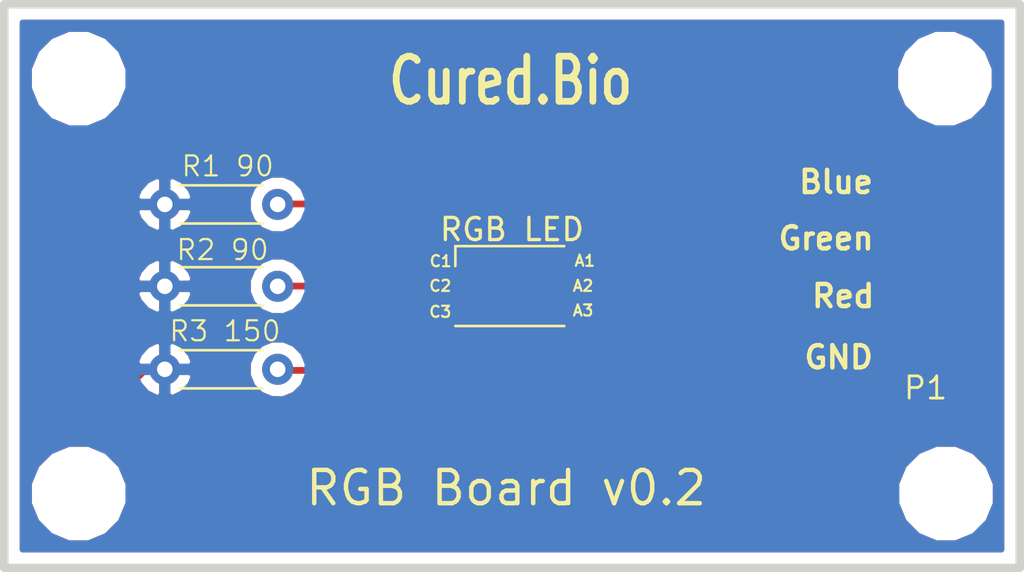
<source format=kicad_pcb>
(kicad_pcb (version 4) (host pcbnew 4.0.7)

  (general
    (links 9)
    (no_connects 0)
    (area 66.338857 47.721 132.511143 79.329)
    (thickness 1.6002)
    (drawings 16)
    (tracks 37)
    (zones 0)
    (modules 9)
    (nets 8)
  )

  (page A4)
  (title_block
    (date "13 jun 2012")
  )

  (layers
    (0 Front signal)
    (31 Back signal)
    (32 B.Adhes user)
    (33 F.Adhes user)
    (34 B.Paste user)
    (35 F.Paste user)
    (36 B.SilkS user)
    (37 F.SilkS user)
    (38 B.Mask user)
    (39 F.Mask user)
    (40 Dwgs.User user)
    (41 Cmts.User user)
    (42 Eco1.User user)
    (43 Eco2.User user)
    (44 Edge.Cuts user)
  )

  (setup
    (last_trace_width 0.3048)
    (trace_clearance 0.254)
    (zone_clearance 0.508)
    (zone_45_only no)
    (trace_min 0.2032)
    (segment_width 0.381)
    (edge_width 0.381)
    (via_size 0.889)
    (via_drill 0.635)
    (via_min_size 0.889)
    (via_min_drill 0.508)
    (uvia_size 0.508)
    (uvia_drill 0.127)
    (uvias_allowed no)
    (uvia_min_size 0.508)
    (uvia_min_drill 0.127)
    (pcb_text_width 0.3048)
    (pcb_text_size 1.524 2.032)
    (mod_edge_width 0.381)
    (mod_text_size 1.524 1.524)
    (mod_text_width 0.3048)
    (pad_size 0.7 1.3)
    (pad_drill 0)
    (pad_to_mask_clearance 0.254)
    (aux_axis_origin 0 0)
    (visible_elements 7FFFFFFF)
    (pcbplotparams
      (layerselection 0x010ff_80000001)
      (usegerberextensions true)
      (excludeedgelayer true)
      (linewidth 0.150000)
      (plotframeref false)
      (viasonmask false)
      (mode 1)
      (useauxorigin false)
      (hpglpennumber 1)
      (hpglpenspeed 20)
      (hpglpendiameter 15)
      (hpglpenoverlay 0)
      (psnegative false)
      (psa4output false)
      (plotreference true)
      (plotvalue true)
      (plotinvisibletext false)
      (padsonsilk false)
      (subtractmaskfromsilk false)
      (outputformat 1)
      (mirror false)
      (drillshape 0)
      (scaleselection 1)
      (outputdirectory gerber_led_v2p2/))
  )

  (net 0 "")
  (net 1 /blue)
  (net 2 /green)
  (net 3 /red)
  (net 4 GND)
  (net 5 "Net-(R1-Pad1)")
  (net 6 "Net-(R2-Pad1)")
  (net 7 "Net-(R3-Pad1)")

  (net_class Default "This is the default net class."
    (clearance 0.254)
    (trace_width 0.3048)
    (via_dia 0.889)
    (via_drill 0.635)
    (uvia_dia 0.508)
    (uvia_drill 0.127)
    (add_net /blue)
    (add_net /green)
    (add_net /red)
    (add_net GND)
    (add_net "Net-(R1-Pad1)")
    (add_net "Net-(R2-Pad1)")
    (add_net "Net-(R3-Pad1)")
  )

  (module Connectors:1X04_SMD_LONG (layer Front) (tedit 5A550EA2) (tstamp 4F515731)
    (at 112.32 62.7 270)
    (descr "SMD - 4 PIN W/ LONG SOLDER PADS")
    (tags "SMD - 4 PIN W/ LONG SOLDER PADS")
    (path /4F345F7F)
    (attr smd)
    (fp_text reference P1 (at -5.08 -5.08 360) (layer F.SilkS) hide
      (effects (font (size 0.6096 0.6096) (thickness 0.127)))
    )
    (fp_text value P1 (at 5.39 -5.36 360) (layer F.SilkS)
      (effects (font (size 1 1) (thickness 0.127)))
    )
    (pad 1 smd rect (at -3.81 -5.4991) (size 3.99796 0.99822) (layers Front F.Paste F.Mask)
      (net 1 /blue) (solder_mask_margin 0.1016))
    (pad 2 smd rect (at -1.27 -5.4991) (size 3.99796 0.99822) (layers Front F.Paste F.Mask)
      (net 2 /green) (solder_mask_margin 0.1016))
    (pad 3 smd rect (at 1.27 -5.4991) (size 3.99796 0.99822) (layers Front F.Paste F.Mask)
      (net 3 /red) (solder_mask_margin 0.1016))
    (pad 4 smd rect (at 3.81 -5.4991) (size 3.99796 0.99822) (layers Front F.Paste F.Mask)
      (net 4 GND) (solder_mask_margin 0.1016))
  )

  (module Mounting_Holes:MountingHole_3.2mm_M3_ISO14580 (layer Front) (tedit 59E520A8) (tstamp 59F807D3)
    (at 118.6 72.85)
    (descr "Mounting Hole 3.2mm, no annular, M3, ISO14580")
    (tags "mounting hole 3.2mm no annular m3 iso14580")
    (attr virtual)
    (fp_text reference 4 (at 7.75 0.05) (layer F.SilkS) hide
      (effects (font (size 1 1) (thickness 0.15)))
    )
    (fp_text value MountingHole_3.2mm_M3_ISO14580 (at 0.3 5.35) (layer F.Fab) hide
      (effects (font (size 1 1) (thickness 0.15)))
    )
    (fp_text user %R (at 0.3 0) (layer F.Fab)
      (effects (font (size 1 1) (thickness 0.15)))
    )
    (fp_circle (center 0 0) (end 2.75 0) (layer Cmts.User) (width 0.15))
    (fp_circle (center 0 0) (end 3 0) (layer F.CrtYd) (width 0.05))
    (pad 1 np_thru_hole circle (at 0 0) (size 3.2 3.2) (drill 3.2) (layers *.Cu *.Mask))
  )

  (module Mounting_Holes:MountingHole_3.2mm_M3_ISO14580 (layer Front) (tedit 59E52099) (tstamp 59F807CC)
    (at 79.55 72.85)
    (descr "Mounting Hole 3.2mm, no annular, M3, ISO14580")
    (tags "mounting hole 3.2mm no annular m3 iso14580")
    (attr virtual)
    (fp_text reference 3 (at -5.4 0.5) (layer F.SilkS) hide
      (effects (font (size 1 1) (thickness 0.15)))
    )
    (fp_text value MountingHole_3.2mm_M3_ISO14580 (at 0.85 5.2) (layer F.Fab) hide
      (effects (font (size 1 1) (thickness 0.15)))
    )
    (fp_text user %R (at 0.3 0) (layer F.Fab)
      (effects (font (size 1 1) (thickness 0.15)))
    )
    (fp_circle (center 0 0) (end 2.75 0) (layer Cmts.User) (width 0.15))
    (fp_circle (center 0 0) (end 3 0) (layer F.CrtYd) (width 0.05))
    (pad 1 np_thru_hole circle (at 0 0) (size 3.2 3.2) (drill 3.2) (layers *.Cu *.Mask))
  )

  (module Mounting_Holes:MountingHole_3.2mm_M3_ISO14580 (layer Front) (tedit 59E520A2) (tstamp 59F807B7)
    (at 118.55 54.15)
    (descr "Mounting Hole 3.2mm, no annular, M3, ISO14580")
    (tags "mounting hole 3.2mm no annular m3 iso14580")
    (attr virtual)
    (fp_text reference 2 (at 6 0.05) (layer F.SilkS) hide
      (effects (font (size 1 1) (thickness 0.15)))
    )
    (fp_text value MountingHole_3.2mm_M3_ISO14580 (at -1.3 -5.4) (layer F.Fab) hide
      (effects (font (size 1 1) (thickness 0.15)))
    )
    (fp_text user %R (at 0.3 0) (layer F.Fab)
      (effects (font (size 1 1) (thickness 0.15)))
    )
    (fp_circle (center 0 0) (end 2.75 0) (layer Cmts.User) (width 0.15))
    (fp_circle (center 0 0) (end 3 0) (layer F.CrtYd) (width 0.05))
    (pad 1 np_thru_hole circle (at 0 0) (size 3.2 3.2) (drill 3.2) (layers *.Cu *.Mask))
  )

  (module LEDs:LED_RGB_PLCC-6 (layer Front) (tedit 5A550E3C) (tstamp 59EED6E5)
    (at 99.06 63.5)
    (descr "RGB LED PLCC-6")
    (tags "RGB LED PLCC-6")
    (path /4F035E14)
    (attr smd)
    (fp_text reference "RGB LED" (at 0 -2.55) (layer F.SilkS)
      (effects (font (size 1 1) (thickness 0.15)))
    )
    (fp_text value RGB_LED (at 0.19 2.8) (layer F.Fab) hide
      (effects (font (size 1 1) (thickness 0.15)))
    )
    (fp_line (start -1.7 -1.1) (end -1.1 -1.7) (layer F.Fab) (width 0.1))
    (fp_line (start -1.7 -1.7) (end -1.7 1.7) (layer F.Fab) (width 0.1))
    (fp_line (start -1.7 1.7) (end 1.7 1.7) (layer F.Fab) (width 0.1))
    (fp_line (start 1.7 1.7) (end 1.7 -1.7) (layer F.Fab) (width 0.1))
    (fp_line (start 1.7 -1.7) (end -1.7 -1.7) (layer F.Fab) (width 0.1))
    (fp_line (start -2.55 -1.8) (end -2.55 -0.9) (layer F.SilkS) (width 0.12))
    (fp_line (start 2.65 -2) (end 2.65 2) (layer F.CrtYd) (width 0.05))
    (fp_line (start -2.75 -2) (end -2.75 2) (layer F.CrtYd) (width 0.05))
    (fp_line (start -2.75 2) (end 2.65 2) (layer F.CrtYd) (width 0.05))
    (fp_line (start -2.75 -2) (end 2.65 -2) (layer F.CrtYd) (width 0.05))
    (fp_line (start -2.55 1.8) (end 2.35 1.8) (layer F.SilkS) (width 0.12))
    (fp_line (start 2.35 -1.8) (end -2.55 -1.8) (layer F.SilkS) (width 0.12))
    (pad C1 smd rect (at -1.55 -1.1 90) (size 0.7 1.3) (layers Front F.Paste F.Mask)
      (net 5 "Net-(R1-Pad1)"))
    (pad C2 smd rect (at -1.55 0 90) (size 0.7 1.3) (layers Front F.Paste F.Mask)
      (net 6 "Net-(R2-Pad1)"))
    (pad C3 smd rect (at -1.55 1.1 90) (size 0.7 1.3) (layers Front F.Paste F.Mask)
      (net 7 "Net-(R3-Pad1)"))
    (pad A3 smd rect (at 1.55 1.1 90) (size 0.7 1.3) (layers Front F.Paste F.Mask)
      (net 3 /red))
    (pad A2 smd rect (at 1.55 0 90) (size 0.7 1.3) (layers Front F.Paste F.Mask)
      (net 2 /green))
    (pad A1 smd rect (at 1.55 -1.1 90) (size 0.7 1.3) (layers Front F.Paste F.Mask)
      (net 1 /blue))
    (model ${KISYS3DMOD}/LEDs.3dshapes/LED_RGB_PLCC-6.wrl
      (at (xyz 0 0 0))
      (scale (xyz 1 1 1))
      (rotate (xyz 0 0 0))
    )
  )

  (module Mounting_Holes:MountingHole_3.2mm_M3_ISO14580 (layer Front) (tedit 59E5209D) (tstamp 59F54C5B)
    (at 79.55 54.15)
    (descr "Mounting Hole 3.2mm, no annular, M3, ISO14580")
    (tags "mounting hole 3.2mm no annular m3 iso14580")
    (attr virtual)
    (fp_text reference 1 (at -6.8 -0.1) (layer F.SilkS) hide
      (effects (font (size 1 1) (thickness 0.15)))
    )
    (fp_text value MountingHole_3.2mm_M3_ISO14580 (at 0.4 -5) (layer F.Fab) hide
      (effects (font (size 1 1) (thickness 0.15)))
    )
    (fp_text user %R (at 0.3 0) (layer F.Fab)
      (effects (font (size 1 1) (thickness 0.15)))
    )
    (fp_circle (center 0 0) (end 2.75 0) (layer Cmts.User) (width 0.15))
    (fp_circle (center 0 0) (end 3 0) (layer F.CrtYd) (width 0.05))
    (pad 1 np_thru_hole circle (at 0 0) (size 3.2 3.2) (drill 3.2) (layers *.Cu *.Mask))
  )

  (module Resistors_THT:R_Axial_DIN0204_L3.6mm_D1.6mm_P5.08mm_Horizontal (layer Front) (tedit 5A55FCA6) (tstamp 59EED6D6)
    (at 88.51 59.82 180)
    (descr "Resistor, Axial_DIN0204 series, Axial, Horizontal, pin pitch=5.08mm, 0.16666666666666666W = 1/6W, length*diameter=3.6*1.6mm^2, http://cdn-reichelt.de/documents/datenblatt/B400/1_4W%23YAG.pdf")
    (tags "Resistor Axial_DIN0204 series Axial Horizontal pin pitch 5.08mm 0.16666666666666666W = 1/6W length 3.6mm diameter 1.6mm")
    (path /4F035CCA)
    (fp_text reference "R1 90" (at 2.25 1.72 180) (layer F.SilkS)
      (effects (font (size 0.9 0.9) (thickness 0.1)))
    )
    (fp_text value 90 (at 2.54 1.86 180) (layer F.Fab) hide
      (effects (font (size 1 1) (thickness 0.15)))
    )
    (fp_line (start 0.74 -0.8) (end 0.74 0.8) (layer F.Fab) (width 0.1))
    (fp_line (start 0.74 0.8) (end 4.34 0.8) (layer F.Fab) (width 0.1))
    (fp_line (start 4.34 0.8) (end 4.34 -0.8) (layer F.Fab) (width 0.1))
    (fp_line (start 4.34 -0.8) (end 0.74 -0.8) (layer F.Fab) (width 0.1))
    (fp_line (start 0 0) (end 0.74 0) (layer F.Fab) (width 0.1))
    (fp_line (start 5.08 0) (end 4.34 0) (layer F.Fab) (width 0.1))
    (fp_line (start 0.68 -0.86) (end 4.4 -0.86) (layer F.SilkS) (width 0.12))
    (fp_line (start 0.68 0.86) (end 4.4 0.86) (layer F.SilkS) (width 0.12))
    (fp_line (start -0.95 -1.15) (end -0.95 1.15) (layer F.CrtYd) (width 0.05))
    (fp_line (start -0.95 1.15) (end 6.05 1.15) (layer F.CrtYd) (width 0.05))
    (fp_line (start 6.05 1.15) (end 6.05 -1.15) (layer F.CrtYd) (width 0.05))
    (fp_line (start 6.05 -1.15) (end -0.95 -1.15) (layer F.CrtYd) (width 0.05))
    (pad 1 thru_hole circle (at 0 0 180) (size 1.4 1.4) (drill 0.7) (layers *.Cu *.Mask)
      (net 5 "Net-(R1-Pad1)"))
    (pad 2 thru_hole oval (at 5.08 0 180) (size 1.4 1.4) (drill 0.7) (layers *.Cu *.Mask)
      (net 4 GND))
    (model ${KISYS3DMOD}/Resistors_THT.3dshapes/R_Axial_DIN0204_L3.6mm_D1.6mm_P5.08mm_Horizontal.wrl
      (at (xyz 0 0 0))
      (scale (xyz 0.393701 0.393701 0.393701))
      (rotate (xyz 0 0 0))
    )
  )

  (module Resistors_THT:R_Axial_DIN0204_L3.6mm_D1.6mm_P5.08mm_Horizontal (layer Front) (tedit 5A55FCB0) (tstamp 59EED6DB)
    (at 88.51 63.51 180)
    (descr "Resistor, Axial_DIN0204 series, Axial, Horizontal, pin pitch=5.08mm, 0.16666666666666666W = 1/6W, length*diameter=3.6*1.6mm^2, http://cdn-reichelt.de/documents/datenblatt/B400/1_4W%23YAG.pdf")
    (tags "Resistor Axial_DIN0204 series Axial Horizontal pin pitch 5.08mm 0.16666666666666666W = 1/6W length 3.6mm diameter 1.6mm")
    (path /4F035CCF)
    (fp_text reference "R2 90" (at 2.48 1.64 180) (layer F.SilkS)
      (effects (font (size 0.9 0.9) (thickness 0.1)))
    )
    (fp_text value 90 (at 2.54 1.86 180) (layer F.Fab) hide
      (effects (font (size 1 1) (thickness 0.15)))
    )
    (fp_line (start 0.74 -0.8) (end 0.74 0.8) (layer F.Fab) (width 0.1))
    (fp_line (start 0.74 0.8) (end 4.34 0.8) (layer F.Fab) (width 0.1))
    (fp_line (start 4.34 0.8) (end 4.34 -0.8) (layer F.Fab) (width 0.1))
    (fp_line (start 4.34 -0.8) (end 0.74 -0.8) (layer F.Fab) (width 0.1))
    (fp_line (start 0 0) (end 0.74 0) (layer F.Fab) (width 0.1))
    (fp_line (start 5.08 0) (end 4.34 0) (layer F.Fab) (width 0.1))
    (fp_line (start 0.68 -0.86) (end 4.4 -0.86) (layer F.SilkS) (width 0.12))
    (fp_line (start 0.68 0.86) (end 4.4 0.86) (layer F.SilkS) (width 0.12))
    (fp_line (start -0.95 -1.15) (end -0.95 1.15) (layer F.CrtYd) (width 0.05))
    (fp_line (start -0.95 1.15) (end 6.05 1.15) (layer F.CrtYd) (width 0.05))
    (fp_line (start 6.05 1.15) (end 6.05 -1.15) (layer F.CrtYd) (width 0.05))
    (fp_line (start 6.05 -1.15) (end -0.95 -1.15) (layer F.CrtYd) (width 0.05))
    (pad 1 thru_hole circle (at 0 0 180) (size 1.4 1.4) (drill 0.7) (layers *.Cu *.Mask)
      (net 6 "Net-(R2-Pad1)"))
    (pad 2 thru_hole oval (at 5.08 0 180) (size 1.4 1.4) (drill 0.7) (layers *.Cu *.Mask)
      (net 4 GND))
    (model ${KISYS3DMOD}/Resistors_THT.3dshapes/R_Axial_DIN0204_L3.6mm_D1.6mm_P5.08mm_Horizontal.wrl
      (at (xyz 0 0 0))
      (scale (xyz 0.393701 0.393701 0.393701))
      (rotate (xyz 0 0 0))
    )
  )

  (module Resistors_THT:R_Axial_DIN0204_L3.6mm_D1.6mm_P5.08mm_Horizontal (layer Front) (tedit 5A55FCC0) (tstamp 59EED6E0)
    (at 88.51 67.25 180)
    (descr "Resistor, Axial_DIN0204 series, Axial, Horizontal, pin pitch=5.08mm, 0.16666666666666666W = 1/6W, length*diameter=3.6*1.6mm^2, http://cdn-reichelt.de/documents/datenblatt/B400/1_4W%23YAG.pdf")
    (tags "Resistor Axial_DIN0204 series Axial Horizontal pin pitch 5.08mm 0.16666666666666666W = 1/6W length 3.6mm diameter 1.6mm")
    (path /4F035CD1)
    (fp_text reference "R3 150" (at 2.37 1.72 180) (layer F.SilkS)
      (effects (font (size 0.9 0.9) (thickness 0.1)))
    )
    (fp_text value 150 (at 2.54 1.86 180) (layer F.Fab) hide
      (effects (font (size 1 1) (thickness 0.15)))
    )
    (fp_line (start 0.74 -0.8) (end 0.74 0.8) (layer F.Fab) (width 0.1))
    (fp_line (start 0.74 0.8) (end 4.34 0.8) (layer F.Fab) (width 0.1))
    (fp_line (start 4.34 0.8) (end 4.34 -0.8) (layer F.Fab) (width 0.1))
    (fp_line (start 4.34 -0.8) (end 0.74 -0.8) (layer F.Fab) (width 0.1))
    (fp_line (start 0 0) (end 0.74 0) (layer F.Fab) (width 0.1))
    (fp_line (start 5.08 0) (end 4.34 0) (layer F.Fab) (width 0.1))
    (fp_line (start 0.68 -0.86) (end 4.4 -0.86) (layer F.SilkS) (width 0.12))
    (fp_line (start 0.68 0.86) (end 4.4 0.86) (layer F.SilkS) (width 0.12))
    (fp_line (start -0.95 -1.15) (end -0.95 1.15) (layer F.CrtYd) (width 0.05))
    (fp_line (start -0.95 1.15) (end 6.05 1.15) (layer F.CrtYd) (width 0.05))
    (fp_line (start 6.05 1.15) (end 6.05 -1.15) (layer F.CrtYd) (width 0.05))
    (fp_line (start 6.05 -1.15) (end -0.95 -1.15) (layer F.CrtYd) (width 0.05))
    (pad 1 thru_hole circle (at 0 0 180) (size 1.4 1.4) (drill 0.7) (layers *.Cu *.Mask)
      (net 7 "Net-(R3-Pad1)"))
    (pad 2 thru_hole oval (at 5.08 0 180) (size 1.4 1.4) (drill 0.7) (layers *.Cu *.Mask)
      (net 4 GND))
    (model ${KISYS3DMOD}/Resistors_THT.3dshapes/R_Axial_DIN0204_L3.6mm_D1.6mm_P5.08mm_Horizontal.wrl
      (at (xyz 0 0 0))
      (scale (xyz 0.393701 0.393701 0.393701))
      (rotate (xyz 0 0 0))
    )
  )

  (gr_text A3 (at 102.26 64.6) (layer F.SilkS)
    (effects (font (size 0.5 0.5) (thickness 0.1)))
  )
  (gr_text A2 (at 102.26 63.49) (layer F.SilkS)
    (effects (font (size 0.5 0.5) (thickness 0.1)))
  )
  (gr_text A1 (at 102.34 62.36) (layer F.SilkS)
    (effects (font (size 0.5 0.5) (thickness 0.1)))
  )
  (gr_text C3 (at 95.83 64.66) (layer F.SilkS)
    (effects (font (size 0.5 0.5) (thickness 0.1)))
  )
  (gr_text C2 (at 95.83 63.49) (layer F.SilkS)
    (effects (font (size 0.5 0.5) (thickness 0.1)))
  )
  (gr_text C1 (at 95.85 62.38) (layer F.SilkS)
    (effects (font (size 0.5 0.5) (thickness 0.1)))
  )
  (gr_text "RGB Board v0.2" (at 98.8 72.6) (layer F.SilkS)
    (effects (font (size 1.5 1.5) (thickness 0.2)))
  )
  (gr_text Cured.Bio (at 99 54.25) (layer F.SilkS)
    (effects (font (size 2.032 1.524) (thickness 0.3048)))
  )
  (gr_text Blue (at 113.65 58.81) (layer F.SilkS)
    (effects (font (size 1.00076 1.00076) (thickness 0.20066)))
  )
  (gr_text Green (at 113.2 61.35) (layer F.SilkS)
    (effects (font (size 1.00076 1.00076) (thickness 0.20066)))
  )
  (gr_text GND (at 113.77 66.71) (layer F.SilkS)
    (effects (font (size 1.00076 1.00076) (thickness 0.20066)))
  )
  (gr_text Red (at 113.97 63.95) (layer F.SilkS)
    (effects (font (size 1.00076 1.00076) (thickness 0.20066)))
  )
  (gr_line (start 76.2 50.8) (end 121.92 50.8) (angle 90) (layer Edge.Cuts) (width 0.381))
  (gr_line (start 121.92 76.2) (end 121.92 50.8) (angle 90) (layer Edge.Cuts) (width 0.381))
  (gr_line (start 76.2 76.2) (end 76.2 50.8) (angle 90) (layer Edge.Cuts) (width 0.381))
  (gr_line (start 76.2 76.2) (end 121.92 76.2) (angle 90) (layer Edge.Cuts) (width 0.381))

  (segment (start 118.4 58.95) (end 108.45 58.95) (width 0.3048) (layer Front) (net 1))
  (segment (start 105 62.4) (end 100.61 62.4) (width 0.3048) (layer Front) (net 1) (tstamp 59EED82A))
  (segment (start 108.45 58.95) (end 105 62.4) (width 0.3048) (layer Front) (net 1) (tstamp 59EED829))
  (segment (start 118.4 61.49) (end 108.31 61.49) (width 0.3048) (layer Front) (net 2))
  (segment (start 106.3 63.5) (end 100.61 63.5) (width 0.3048) (layer Front) (net 2) (tstamp 59EED830))
  (segment (start 108.31 61.49) (end 106.3 63.5) (width 0.3048) (layer Front) (net 2) (tstamp 59EED82E))
  (segment (start 118.4 64.03) (end 107.52 64.03) (width 0.3048) (layer Front) (net 3))
  (segment (start 106.95 64.6) (end 100.61 64.6) (width 0.3048) (layer Front) (net 3) (tstamp 59EED835))
  (segment (start 107.52 64.03) (end 106.95 64.6) (width 0.3048) (layer Front) (net 3) (tstamp 59EED834))
  (segment (start 117.8191 66.51) (end 108.54 66.52) (width 0.3048) (layer Front) (net 4))
  (segment (start 105.7 69.36) (end 81.57 69.35) (width 0.3048) (layer Front) (net 4) (tstamp 5A6A59EC))
  (segment (start 108.54 66.52) (end 105.7 69.36) (width 0.3048) (layer Front) (net 4) (tstamp 5A6A59EB))
  (segment (start 83.27 67.3) (end 82.52 67.3) (width 0.3048) (layer Front) (net 4))
  (segment (start 82.52 67.3) (end 81.47 68.35) (width 0.3048) (layer Front) (net 4) (tstamp 59F54DF6))
  (segment (start 83.27 63.5) (end 82.22 63.5) (width 0.3048) (layer Front) (net 4))
  (segment (start 82.22 63.5) (end 81.47 64.25) (width 0.3048) (layer Front) (net 4) (tstamp 59F54DEB))
  (segment (start 83.27 59.8) (end 81.72 59.8) (width 0.3048) (layer Front) (net 4))
  (segment (start 81.72 59.8) (end 81.47 60.05) (width 0.3048) (layer Front) (net 4) (tstamp 59F54DE6))
  (segment (start 81.57 69.35) (end 86.71 69.38) (width 0.3048) (layer Front) (net 4) (tstamp 59EED840))
  (segment (start 81.47 69.25) (end 81.57 69.35) (width 0.3048) (layer Front) (net 4) (tstamp 59EED83E))
  (segment (start 81.47 60.05) (end 81.47 64.25) (width 0.3048) (layer Front) (net 4) (tstamp 59F54DE9))
  (segment (start 81.47 64.25) (end 81.47 65.2) (width 0.3048) (layer Front) (net 4) (tstamp 59F54DEE))
  (segment (start 81.47 65.2) (end 81.47 68.35) (width 0.3048) (layer Front) (net 4) (tstamp 59EED84B))
  (segment (start 81.47 68.35) (end 81.47 69.25) (width 0.3048) (layer Front) (net 4) (tstamp 59F54DF9))
  (segment (start 95.21982 61.1) (end 91.6 61.1) (width 0.3048) (layer Front) (net 5))
  (segment (start 97.58426 62.40018) (end 96.52 62.40018) (width 0.3048) (layer Front) (net 5))
  (segment (start 95.75546 61.63564) (end 96.52 62.40018) (width 0.3048) (layer Front) (net 5))
  (segment (start 95.26982 61.15) (end 95.75546 61.63564) (width 0.3048) (layer Front) (net 5) (tstamp 59EED875))
  (segment (start 95.21982 61.1) (end 95.26982 61.15) (width 0.3048) (layer Front) (net 5) (tstamp 59EED866))
  (segment (start 90.3 59.8) (end 88.55 59.8) (width 0.3048) (layer Front) (net 5) (tstamp 59F54DE2))
  (segment (start 91.6 61.1) (end 90.3 59.8) (width 0.3048) (layer Front) (net 5) (tstamp 59F54DE1))
  (segment (start 97.51 63.5) (end 88.55 63.5) (width 0.3048) (layer Front) (net 6))
  (segment (start 97.51 64.6) (end 96.35 64.6) (width 0.3048) (layer Front) (net 7))
  (segment (start 89.9 67.3) (end 88.55 67.3) (width 0.3048) (layer Front) (net 7) (tstamp 59F54E1C))
  (segment (start 91.3 65.9) (end 89.9 67.3) (width 0.3048) (layer Front) (net 7) (tstamp 59F54E1A))
  (segment (start 95.05 65.9) (end 91.3 65.9) (width 0.3048) (layer Front) (net 7) (tstamp 59F54E18))
  (segment (start 96.35 64.6) (end 95.05 65.9) (width 0.3048) (layer Front) (net 7) (tstamp 59F54E17))

  (zone (net 4) (net_name GND) (layer Front) (tstamp 4F515E9A) (hatch edge 0.508)
    (connect_pads (clearance 0.508))
    (min_thickness 0.254)
    (fill yes (arc_segments 16) (thermal_gap 0.508) (thermal_bridge_width 0.508))
    (polygon
      (pts
        (xy 121.412 75.692) (xy 121.412 51.308) (xy 76.708 51.308) (xy 76.708 75.692)
      )
    )
    (filled_polygon
      (pts
        (xy 121.0945 75.3745) (xy 77.0255 75.3745) (xy 77.0255 73.292619) (xy 77.314613 73.292619) (xy 77.654155 74.114372)
        (xy 78.282321 74.743636) (xy 79.103481 75.084611) (xy 79.992619 75.085387) (xy 80.814372 74.745845) (xy 81.443636 74.117679)
        (xy 81.784611 73.296519) (xy 81.784614 73.292619) (xy 116.364613 73.292619) (xy 116.704155 74.114372) (xy 117.332321 74.743636)
        (xy 118.153481 75.084611) (xy 119.042619 75.085387) (xy 119.864372 74.745845) (xy 120.493636 74.117679) (xy 120.834611 73.296519)
        (xy 120.835387 72.407381) (xy 120.495845 71.585628) (xy 119.867679 70.956364) (xy 119.046519 70.615389) (xy 118.157381 70.614613)
        (xy 117.335628 70.954155) (xy 116.706364 71.582321) (xy 116.365389 72.403481) (xy 116.364613 73.292619) (xy 81.784614 73.292619)
        (xy 81.785387 72.407381) (xy 81.445845 71.585628) (xy 80.817679 70.956364) (xy 79.996519 70.615389) (xy 79.107381 70.614613)
        (xy 78.285628 70.954155) (xy 77.656364 71.582321) (xy 77.315389 72.403481) (xy 77.314613 73.292619) (xy 77.0255 73.292619)
        (xy 77.0255 67.583329) (xy 82.137284 67.583329) (xy 82.280203 67.928396) (xy 82.627337 68.316764) (xy 83.096669 68.542727)
        (xy 83.303 68.420206) (xy 83.303 67.377) (xy 83.557 67.377) (xy 83.557 68.420206) (xy 83.763331 68.542727)
        (xy 84.232663 68.316764) (xy 84.579797 67.928396) (xy 84.722716 67.583329) (xy 84.599374 67.377) (xy 83.557 67.377)
        (xy 83.303 67.377) (xy 82.260626 67.377) (xy 82.137284 67.583329) (xy 77.0255 67.583329) (xy 77.0255 66.916671)
        (xy 82.137284 66.916671) (xy 82.260626 67.123) (xy 83.303 67.123) (xy 83.303 66.079794) (xy 83.557 66.079794)
        (xy 83.557 67.123) (xy 84.599374 67.123) (xy 84.722716 66.916671) (xy 84.579797 66.571604) (xy 84.232663 66.183236)
        (xy 83.763331 65.957273) (xy 83.557 66.079794) (xy 83.303 66.079794) (xy 83.096669 65.957273) (xy 82.627337 66.183236)
        (xy 82.280203 66.571604) (xy 82.137284 66.916671) (xy 77.0255 66.916671) (xy 77.0255 63.843329) (xy 82.137284 63.843329)
        (xy 82.280203 64.188396) (xy 82.627337 64.576764) (xy 83.096669 64.802727) (xy 83.303 64.680206) (xy 83.303 63.637)
        (xy 83.557 63.637) (xy 83.557 64.680206) (xy 83.763331 64.802727) (xy 84.232663 64.576764) (xy 84.579797 64.188396)
        (xy 84.722716 63.843329) (xy 84.599374 63.637) (xy 83.557 63.637) (xy 83.303 63.637) (xy 82.260626 63.637)
        (xy 82.137284 63.843329) (xy 77.0255 63.843329) (xy 77.0255 63.176671) (xy 82.137284 63.176671) (xy 82.260626 63.383)
        (xy 83.303 63.383) (xy 83.303 62.339794) (xy 83.557 62.339794) (xy 83.557 63.383) (xy 84.599374 63.383)
        (xy 84.722716 63.176671) (xy 84.579797 62.831604) (xy 84.232663 62.443236) (xy 83.763331 62.217273) (xy 83.557 62.339794)
        (xy 83.303 62.339794) (xy 83.096669 62.217273) (xy 82.627337 62.443236) (xy 82.280203 62.831604) (xy 82.137284 63.176671)
        (xy 77.0255 63.176671) (xy 77.0255 60.153329) (xy 82.137284 60.153329) (xy 82.280203 60.498396) (xy 82.627337 60.886764)
        (xy 83.096669 61.112727) (xy 83.303 60.990206) (xy 83.303 59.947) (xy 83.557 59.947) (xy 83.557 60.990206)
        (xy 83.763331 61.112727) (xy 84.232663 60.886764) (xy 84.579797 60.498396) (xy 84.722716 60.153329) (xy 84.681501 60.084383)
        (xy 87.174769 60.084383) (xy 87.377582 60.575229) (xy 87.752796 60.951098) (xy 88.243287 61.154768) (xy 88.774383 61.155231)
        (xy 89.265229 60.952418) (xy 89.630884 60.5874) (xy 89.973848 60.5874) (xy 91.043224 61.656776) (xy 91.298675 61.827463)
        (xy 91.6 61.8874) (xy 94.893668 61.8874) (xy 95.718868 62.7126) (xy 89.60032 62.7126) (xy 89.267204 62.378902)
        (xy 88.776713 62.175232) (xy 88.245617 62.174769) (xy 87.754771 62.377582) (xy 87.378902 62.752796) (xy 87.175232 63.243287)
        (xy 87.174769 63.774383) (xy 87.377582 64.265229) (xy 87.752796 64.641098) (xy 88.243287 64.844768) (xy 88.774383 64.845231)
        (xy 89.265229 64.642418) (xy 89.620867 64.2874) (xy 95.549048 64.2874) (xy 94.723848 65.1126) (xy 91.3 65.1126)
        (xy 90.998675 65.172537) (xy 90.743224 65.343224) (xy 89.61707 66.469378) (xy 89.267204 66.118902) (xy 88.776713 65.915232)
        (xy 88.245617 65.914769) (xy 87.754771 66.117582) (xy 87.378902 66.492796) (xy 87.175232 66.983287) (xy 87.174769 67.514383)
        (xy 87.377582 68.005229) (xy 87.752796 68.381098) (xy 88.243287 68.584768) (xy 88.774383 68.585231) (xy 89.265229 68.382418)
        (xy 89.560762 68.0874) (xy 89.9 68.0874) (xy 90.201325 68.027463) (xy 90.456776 67.856776) (xy 91.517802 66.79575)
        (xy 115.18512 66.79575) (xy 115.18512 67.13542) (xy 115.281793 67.368809) (xy 115.460422 67.547437) (xy 115.693811 67.64411)
        (xy 117.53335 67.64411) (xy 117.6921 67.48536) (xy 117.6921 66.637) (xy 117.9461 66.637) (xy 117.9461 67.48536)
        (xy 118.10485 67.64411) (xy 119.944389 67.64411) (xy 120.177778 67.547437) (xy 120.356407 67.368809) (xy 120.45308 67.13542)
        (xy 120.45308 66.79575) (xy 120.29433 66.637) (xy 117.9461 66.637) (xy 117.6921 66.637) (xy 115.34387 66.637)
        (xy 115.18512 66.79575) (xy 91.517802 66.79575) (xy 91.626152 66.6874) (xy 95.05 66.6874) (xy 95.351325 66.627463)
        (xy 95.606776 66.456776) (xy 96.178972 65.88458) (xy 115.18512 65.88458) (xy 115.18512 66.22425) (xy 115.34387 66.383)
        (xy 117.6921 66.383) (xy 117.6921 65.53464) (xy 117.9461 65.53464) (xy 117.9461 66.383) (xy 120.29433 66.383)
        (xy 120.45308 66.22425) (xy 120.45308 65.88458) (xy 120.356407 65.651191) (xy 120.177778 65.472563) (xy 119.944389 65.37589)
        (xy 118.10485 65.37589) (xy 117.9461 65.53464) (xy 117.6921 65.53464) (xy 117.53335 65.37589) (xy 115.693811 65.37589)
        (xy 115.460422 65.472563) (xy 115.281793 65.651191) (xy 115.18512 65.88458) (xy 96.178972 65.88458) (xy 96.554055 65.509497)
        (xy 96.60811 65.546431) (xy 96.86 65.59744) (xy 98.16 65.59744) (xy 98.395317 65.553162) (xy 98.611441 65.41409)
        (xy 98.756431 65.20189) (xy 98.80744 64.95) (xy 98.80744 64.25) (xy 98.768426 64.042658) (xy 98.80744 63.85)
        (xy 98.80744 63.15) (xy 98.768426 62.942658) (xy 98.80744 62.75) (xy 98.80744 62.05) (xy 99.31256 62.05)
        (xy 99.31256 62.75) (xy 99.351574 62.957342) (xy 99.31256 63.15) (xy 99.31256 63.85) (xy 99.351574 64.057342)
        (xy 99.31256 64.25) (xy 99.31256 64.95) (xy 99.356838 65.185317) (xy 99.49591 65.401441) (xy 99.70811 65.546431)
        (xy 99.96 65.59744) (xy 101.26 65.59744) (xy 101.495317 65.553162) (xy 101.711441 65.41409) (xy 101.729677 65.3874)
        (xy 106.95 65.3874) (xy 107.251325 65.327463) (xy 107.506776 65.156776) (xy 107.846152 64.8174) (xy 115.289654 64.8174)
        (xy 115.35603 64.920551) (xy 115.56823 65.065541) (xy 115.82012 65.11655) (xy 119.81808 65.11655) (xy 120.053397 65.072272)
        (xy 120.269521 64.9332) (xy 120.414511 64.721) (xy 120.46552 64.46911) (xy 120.46552 63.47089) (xy 120.421242 63.235573)
        (xy 120.28217 63.019449) (xy 120.06997 62.874459) (xy 119.81808 62.82345) (xy 115.82012 62.82345) (xy 115.584803 62.867728)
        (xy 115.368679 63.0068) (xy 115.223689 63.219) (xy 115.21891 63.2426) (xy 107.670952 63.2426) (xy 108.636152 62.2774)
        (xy 115.289654 62.2774) (xy 115.35603 62.380551) (xy 115.56823 62.525541) (xy 115.82012 62.57655) (xy 119.81808 62.57655)
        (xy 120.053397 62.532272) (xy 120.269521 62.3932) (xy 120.414511 62.181) (xy 120.46552 61.92911) (xy 120.46552 60.93089)
        (xy 120.421242 60.695573) (xy 120.28217 60.479449) (xy 120.06997 60.334459) (xy 119.81808 60.28345) (xy 115.82012 60.28345)
        (xy 115.584803 60.327728) (xy 115.368679 60.4668) (xy 115.223689 60.679) (xy 115.21891 60.7026) (xy 108.31 60.7026)
        (xy 108.008675 60.762537) (xy 107.753224 60.933224) (xy 105.973848 62.7126) (xy 105.800952 62.7126) (xy 108.776152 59.7374)
        (xy 115.289654 59.7374) (xy 115.35603 59.840551) (xy 115.56823 59.985541) (xy 115.82012 60.03655) (xy 119.81808 60.03655)
        (xy 120.053397 59.992272) (xy 120.269521 59.8532) (xy 120.414511 59.641) (xy 120.46552 59.38911) (xy 120.46552 58.39089)
        (xy 120.421242 58.155573) (xy 120.28217 57.939449) (xy 120.06997 57.794459) (xy 119.81808 57.74345) (xy 115.82012 57.74345)
        (xy 115.584803 57.787728) (xy 115.368679 57.9268) (xy 115.223689 58.139) (xy 115.21891 58.1626) (xy 108.45 58.1626)
        (xy 108.148675 58.222537) (xy 107.893224 58.393224) (xy 104.673848 61.6126) (xy 101.733125 61.6126) (xy 101.72409 61.598559)
        (xy 101.51189 61.453569) (xy 101.26 61.40256) (xy 99.96 61.40256) (xy 99.724683 61.446838) (xy 99.508559 61.58591)
        (xy 99.363569 61.79811) (xy 99.31256 62.05) (xy 98.80744 62.05) (xy 98.763162 61.814683) (xy 98.62409 61.598559)
        (xy 98.41189 61.453569) (xy 98.16 61.40256) (xy 96.86 61.40256) (xy 96.671416 61.438044) (xy 95.776596 60.543224)
        (xy 95.521145 60.372537) (xy 95.21982 60.3126) (xy 91.926152 60.3126) (xy 90.856776 59.243224) (xy 90.601325 59.072537)
        (xy 90.3 59.0126) (xy 89.590338 59.0126) (xy 89.267204 58.688902) (xy 88.776713 58.485232) (xy 88.245617 58.484769)
        (xy 87.754771 58.687582) (xy 87.378902 59.062796) (xy 87.175232 59.553287) (xy 87.174769 60.084383) (xy 84.681501 60.084383)
        (xy 84.599374 59.947) (xy 83.557 59.947) (xy 83.303 59.947) (xy 82.260626 59.947) (xy 82.137284 60.153329)
        (xy 77.0255 60.153329) (xy 77.0255 59.486671) (xy 82.137284 59.486671) (xy 82.260626 59.693) (xy 83.303 59.693)
        (xy 83.303 58.649794) (xy 83.557 58.649794) (xy 83.557 59.693) (xy 84.599374 59.693) (xy 84.722716 59.486671)
        (xy 84.579797 59.141604) (xy 84.232663 58.753236) (xy 83.763331 58.527273) (xy 83.557 58.649794) (xy 83.303 58.649794)
        (xy 83.096669 58.527273) (xy 82.627337 58.753236) (xy 82.280203 59.141604) (xy 82.137284 59.486671) (xy 77.0255 59.486671)
        (xy 77.0255 54.592619) (xy 77.314613 54.592619) (xy 77.654155 55.414372) (xy 78.282321 56.043636) (xy 79.103481 56.384611)
        (xy 79.992619 56.385387) (xy 80.814372 56.045845) (xy 81.443636 55.417679) (xy 81.784611 54.596519) (xy 81.784614 54.592619)
        (xy 116.314613 54.592619) (xy 116.654155 55.414372) (xy 117.282321 56.043636) (xy 118.103481 56.384611) (xy 118.992619 56.385387)
        (xy 119.814372 56.045845) (xy 120.443636 55.417679) (xy 120.784611 54.596519) (xy 120.785387 53.707381) (xy 120.445845 52.885628)
        (xy 119.817679 52.256364) (xy 118.996519 51.915389) (xy 118.107381 51.914613) (xy 117.285628 52.254155) (xy 116.656364 52.882321)
        (xy 116.315389 53.703481) (xy 116.314613 54.592619) (xy 81.784614 54.592619) (xy 81.785387 53.707381) (xy 81.445845 52.885628)
        (xy 80.817679 52.256364) (xy 79.996519 51.915389) (xy 79.107381 51.914613) (xy 78.285628 52.254155) (xy 77.656364 52.882321)
        (xy 77.315389 53.703481) (xy 77.314613 54.592619) (xy 77.0255 54.592619) (xy 77.0255 51.6255) (xy 121.0945 51.6255)
      )
    )
  )
  (zone (net 4) (net_name GND) (layer Back) (tstamp 4F515EBD) (hatch edge 0.508)
    (connect_pads (clearance 0.508))
    (min_thickness 0.254)
    (fill yes (arc_segments 16) (thermal_gap 0.508) (thermal_bridge_width 0.508))
    (polygon
      (pts
        (xy 121.412 75.692) (xy 121.412 51.308) (xy 76.708 51.308) (xy 76.708 75.692)
      )
    )
    (filled_polygon
      (pts
        (xy 121.0945 75.3745) (xy 77.0255 75.3745) (xy 77.0255 73.292619) (xy 77.314613 73.292619) (xy 77.654155 74.114372)
        (xy 78.282321 74.743636) (xy 79.103481 75.084611) (xy 79.992619 75.085387) (xy 80.814372 74.745845) (xy 81.443636 74.117679)
        (xy 81.784611 73.296519) (xy 81.784614 73.292619) (xy 116.364613 73.292619) (xy 116.704155 74.114372) (xy 117.332321 74.743636)
        (xy 118.153481 75.084611) (xy 119.042619 75.085387) (xy 119.864372 74.745845) (xy 120.493636 74.117679) (xy 120.834611 73.296519)
        (xy 120.835387 72.407381) (xy 120.495845 71.585628) (xy 119.867679 70.956364) (xy 119.046519 70.615389) (xy 118.157381 70.614613)
        (xy 117.335628 70.954155) (xy 116.706364 71.582321) (xy 116.365389 72.403481) (xy 116.364613 73.292619) (xy 81.784614 73.292619)
        (xy 81.785387 72.407381) (xy 81.445845 71.585628) (xy 80.817679 70.956364) (xy 79.996519 70.615389) (xy 79.107381 70.614613)
        (xy 78.285628 70.954155) (xy 77.656364 71.582321) (xy 77.315389 72.403481) (xy 77.314613 73.292619) (xy 77.0255 73.292619)
        (xy 77.0255 67.583329) (xy 82.137284 67.583329) (xy 82.280203 67.928396) (xy 82.627337 68.316764) (xy 83.096669 68.542727)
        (xy 83.303 68.420206) (xy 83.303 67.377) (xy 83.557 67.377) (xy 83.557 68.420206) (xy 83.763331 68.542727)
        (xy 84.232663 68.316764) (xy 84.579797 67.928396) (xy 84.722716 67.583329) (xy 84.681501 67.514383) (xy 87.174769 67.514383)
        (xy 87.377582 68.005229) (xy 87.752796 68.381098) (xy 88.243287 68.584768) (xy 88.774383 68.585231) (xy 89.265229 68.382418)
        (xy 89.641098 68.007204) (xy 89.844768 67.516713) (xy 89.845231 66.985617) (xy 89.642418 66.494771) (xy 89.267204 66.118902)
        (xy 88.776713 65.915232) (xy 88.245617 65.914769) (xy 87.754771 66.117582) (xy 87.378902 66.492796) (xy 87.175232 66.983287)
        (xy 87.174769 67.514383) (xy 84.681501 67.514383) (xy 84.599374 67.377) (xy 83.557 67.377) (xy 83.303 67.377)
        (xy 82.260626 67.377) (xy 82.137284 67.583329) (xy 77.0255 67.583329) (xy 77.0255 66.916671) (xy 82.137284 66.916671)
        (xy 82.260626 67.123) (xy 83.303 67.123) (xy 83.303 66.079794) (xy 83.557 66.079794) (xy 83.557 67.123)
        (xy 84.599374 67.123) (xy 84.722716 66.916671) (xy 84.579797 66.571604) (xy 84.232663 66.183236) (xy 83.763331 65.957273)
        (xy 83.557 66.079794) (xy 83.303 66.079794) (xy 83.096669 65.957273) (xy 82.627337 66.183236) (xy 82.280203 66.571604)
        (xy 82.137284 66.916671) (xy 77.0255 66.916671) (xy 77.0255 63.843329) (xy 82.137284 63.843329) (xy 82.280203 64.188396)
        (xy 82.627337 64.576764) (xy 83.096669 64.802727) (xy 83.303 64.680206) (xy 83.303 63.637) (xy 83.557 63.637)
        (xy 83.557 64.680206) (xy 83.763331 64.802727) (xy 84.232663 64.576764) (xy 84.579797 64.188396) (xy 84.722716 63.843329)
        (xy 84.681501 63.774383) (xy 87.174769 63.774383) (xy 87.377582 64.265229) (xy 87.752796 64.641098) (xy 88.243287 64.844768)
        (xy 88.774383 64.845231) (xy 89.265229 64.642418) (xy 89.641098 64.267204) (xy 89.844768 63.776713) (xy 89.845231 63.245617)
        (xy 89.642418 62.754771) (xy 89.267204 62.378902) (xy 88.776713 62.175232) (xy 88.245617 62.174769) (xy 87.754771 62.377582)
        (xy 87.378902 62.752796) (xy 87.175232 63.243287) (xy 87.174769 63.774383) (xy 84.681501 63.774383) (xy 84.599374 63.637)
        (xy 83.557 63.637) (xy 83.303 63.637) (xy 82.260626 63.637) (xy 82.137284 63.843329) (xy 77.0255 63.843329)
        (xy 77.0255 63.176671) (xy 82.137284 63.176671) (xy 82.260626 63.383) (xy 83.303 63.383) (xy 83.303 62.339794)
        (xy 83.557 62.339794) (xy 83.557 63.383) (xy 84.599374 63.383) (xy 84.722716 63.176671) (xy 84.579797 62.831604)
        (xy 84.232663 62.443236) (xy 83.763331 62.217273) (xy 83.557 62.339794) (xy 83.303 62.339794) (xy 83.096669 62.217273)
        (xy 82.627337 62.443236) (xy 82.280203 62.831604) (xy 82.137284 63.176671) (xy 77.0255 63.176671) (xy 77.0255 60.153329)
        (xy 82.137284 60.153329) (xy 82.280203 60.498396) (xy 82.627337 60.886764) (xy 83.096669 61.112727) (xy 83.303 60.990206)
        (xy 83.303 59.947) (xy 83.557 59.947) (xy 83.557 60.990206) (xy 83.763331 61.112727) (xy 84.232663 60.886764)
        (xy 84.579797 60.498396) (xy 84.722716 60.153329) (xy 84.681501 60.084383) (xy 87.174769 60.084383) (xy 87.377582 60.575229)
        (xy 87.752796 60.951098) (xy 88.243287 61.154768) (xy 88.774383 61.155231) (xy 89.265229 60.952418) (xy 89.641098 60.577204)
        (xy 89.844768 60.086713) (xy 89.845231 59.555617) (xy 89.642418 59.064771) (xy 89.267204 58.688902) (xy 88.776713 58.485232)
        (xy 88.245617 58.484769) (xy 87.754771 58.687582) (xy 87.378902 59.062796) (xy 87.175232 59.553287) (xy 87.174769 60.084383)
        (xy 84.681501 60.084383) (xy 84.599374 59.947) (xy 83.557 59.947) (xy 83.303 59.947) (xy 82.260626 59.947)
        (xy 82.137284 60.153329) (xy 77.0255 60.153329) (xy 77.0255 59.486671) (xy 82.137284 59.486671) (xy 82.260626 59.693)
        (xy 83.303 59.693) (xy 83.303 58.649794) (xy 83.557 58.649794) (xy 83.557 59.693) (xy 84.599374 59.693)
        (xy 84.722716 59.486671) (xy 84.579797 59.141604) (xy 84.232663 58.753236) (xy 83.763331 58.527273) (xy 83.557 58.649794)
        (xy 83.303 58.649794) (xy 83.096669 58.527273) (xy 82.627337 58.753236) (xy 82.280203 59.141604) (xy 82.137284 59.486671)
        (xy 77.0255 59.486671) (xy 77.0255 54.592619) (xy 77.314613 54.592619) (xy 77.654155 55.414372) (xy 78.282321 56.043636)
        (xy 79.103481 56.384611) (xy 79.992619 56.385387) (xy 80.814372 56.045845) (xy 81.443636 55.417679) (xy 81.784611 54.596519)
        (xy 81.784614 54.592619) (xy 116.314613 54.592619) (xy 116.654155 55.414372) (xy 117.282321 56.043636) (xy 118.103481 56.384611)
        (xy 118.992619 56.385387) (xy 119.814372 56.045845) (xy 120.443636 55.417679) (xy 120.784611 54.596519) (xy 120.785387 53.707381)
        (xy 120.445845 52.885628) (xy 119.817679 52.256364) (xy 118.996519 51.915389) (xy 118.107381 51.914613) (xy 117.285628 52.254155)
        (xy 116.656364 52.882321) (xy 116.315389 53.703481) (xy 116.314613 54.592619) (xy 81.784614 54.592619) (xy 81.785387 53.707381)
        (xy 81.445845 52.885628) (xy 80.817679 52.256364) (xy 79.996519 51.915389) (xy 79.107381 51.914613) (xy 78.285628 52.254155)
        (xy 77.656364 52.882321) (xy 77.315389 53.703481) (xy 77.314613 54.592619) (xy 77.0255 54.592619) (xy 77.0255 51.6255)
        (xy 121.0945 51.6255)
      )
    )
  )
)

</source>
